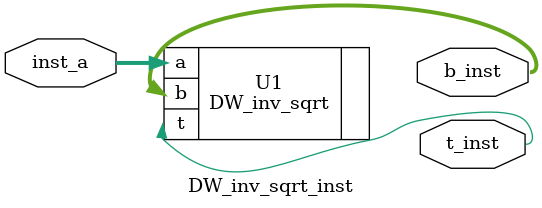
<source format=v>
module DW_inv_sqrt_inst( inst_a, b_inst, t_inst );

parameter a_width = 8;


input [a_width-1 : 0] inst_a;
output [a_width-1 : 0] b_inst;
output t_inst;

    // Instance of DW_inv_sqrt
    DW_inv_sqrt #(a_width)
	  U1 ( .a(inst_a), .b(b_inst), .t(t_inst) );

endmodule


</source>
